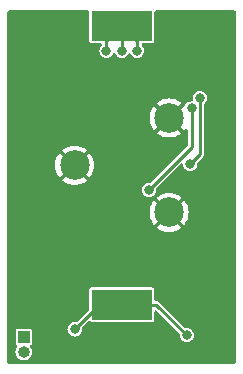
<source format=gbr>
%TF.GenerationSoftware,KiCad,Pcbnew,(6.0.0)*%
%TF.CreationDate,2022-01-17T14:04:50+01:00*%
%TF.ProjectId,LoraTrigger,4c6f7261-5472-4696-9767-65722e6b6963,rev?*%
%TF.SameCoordinates,Original*%
%TF.FileFunction,Copper,L2,Bot*%
%TF.FilePolarity,Positive*%
%FSLAX46Y46*%
G04 Gerber Fmt 4.6, Leading zero omitted, Abs format (unit mm)*
G04 Created by KiCad (PCBNEW (6.0.0)) date 2022-01-17 14:04:50*
%MOMM*%
%LPD*%
G01*
G04 APERTURE LIST*
%TA.AperFunction,ComponentPad*%
%ADD10R,1.000000X1.000000*%
%TD*%
%TA.AperFunction,ComponentPad*%
%ADD11O,1.000000X1.000000*%
%TD*%
%TA.AperFunction,SMDPad,CuDef*%
%ADD12R,5.100000X2.500000*%
%TD*%
%TA.AperFunction,SMDPad,CuDef*%
%ADD13C,2.500000*%
%TD*%
%TA.AperFunction,ViaPad*%
%ADD14C,0.800000*%
%TD*%
%TA.AperFunction,Conductor*%
%ADD15C,0.250000*%
%TD*%
G04 APERTURE END LIST*
D10*
X100200000Y-80150000D03*
D11*
X100200000Y-81420000D03*
D12*
X108500000Y-77400000D03*
X108500000Y-53800000D03*
D13*
X112500000Y-61600000D03*
X112500000Y-69600000D03*
X104500000Y-65600000D03*
D14*
X114000000Y-80000000D03*
X104500000Y-79500000D03*
X104900000Y-60700000D03*
X104800000Y-70100000D03*
X116900000Y-60800000D03*
X104900000Y-68000000D03*
X110500000Y-59100000D03*
X108500000Y-55900000D03*
X107200000Y-55900000D03*
X109800000Y-55900000D03*
X114400000Y-60800000D03*
X110800000Y-67700000D03*
X114300000Y-65500000D03*
X115099989Y-59900000D03*
D15*
X108500000Y-77400000D02*
X111400000Y-77400000D01*
X111400000Y-77400000D02*
X114000000Y-80000000D01*
X106600000Y-77400000D02*
X104500000Y-79500000D01*
X108500000Y-77400000D02*
X106600000Y-77400000D01*
X108500000Y-53800000D02*
X107200000Y-55100000D01*
X109800000Y-55100000D02*
X109800000Y-55900000D01*
X108500000Y-53800000D02*
X108500000Y-55900000D01*
X107200000Y-55100000D02*
X107200000Y-55900000D01*
X108500000Y-53800000D02*
X109800000Y-55100000D01*
X110800000Y-67700000D02*
X114400000Y-64100000D01*
X114400000Y-64100000D02*
X114400000Y-60800000D01*
X114300000Y-65500000D02*
X115124501Y-64675499D01*
X115124501Y-64675499D02*
X115124501Y-59924512D01*
X115124501Y-59924512D02*
X115099989Y-59900000D01*
%TA.AperFunction,Conductor*%
G36*
X105691621Y-52520002D02*
G01*
X105738114Y-52573658D01*
X105749500Y-52626000D01*
X105749500Y-55069748D01*
X105761133Y-55128231D01*
X105805448Y-55194552D01*
X105871769Y-55238867D01*
X105883938Y-55241288D01*
X105883939Y-55241288D01*
X105924184Y-55249293D01*
X105930252Y-55250500D01*
X106690269Y-55250500D01*
X106758390Y-55270502D01*
X106804883Y-55324158D01*
X106814987Y-55394432D01*
X106785493Y-55459012D01*
X106779364Y-55465595D01*
X106778264Y-55466695D01*
X106771718Y-55471718D01*
X106675464Y-55597159D01*
X106614956Y-55743238D01*
X106594318Y-55900000D01*
X106614956Y-56056762D01*
X106675464Y-56202841D01*
X106771718Y-56328282D01*
X106897159Y-56424536D01*
X107043238Y-56485044D01*
X107200000Y-56505682D01*
X107208188Y-56504604D01*
X107348574Y-56486122D01*
X107356762Y-56485044D01*
X107502841Y-56424536D01*
X107628282Y-56328282D01*
X107724536Y-56202841D01*
X107733591Y-56180980D01*
X107778139Y-56125699D01*
X107845502Y-56103278D01*
X107914294Y-56120836D01*
X107962672Y-56172798D01*
X107966408Y-56180977D01*
X107975464Y-56202841D01*
X108071718Y-56328282D01*
X108197159Y-56424536D01*
X108343238Y-56485044D01*
X108500000Y-56505682D01*
X108508188Y-56504604D01*
X108648574Y-56486122D01*
X108656762Y-56485044D01*
X108802841Y-56424536D01*
X108928282Y-56328282D01*
X109024536Y-56202841D01*
X109033591Y-56180980D01*
X109078139Y-56125699D01*
X109145502Y-56103278D01*
X109214294Y-56120836D01*
X109262672Y-56172798D01*
X109266408Y-56180977D01*
X109275464Y-56202841D01*
X109371718Y-56328282D01*
X109497159Y-56424536D01*
X109643238Y-56485044D01*
X109800000Y-56505682D01*
X109808188Y-56504604D01*
X109948574Y-56486122D01*
X109956762Y-56485044D01*
X110102841Y-56424536D01*
X110228282Y-56328282D01*
X110324536Y-56202841D01*
X110385044Y-56056762D01*
X110405682Y-55900000D01*
X110385044Y-55743238D01*
X110324536Y-55597159D01*
X110228282Y-55471718D01*
X110221736Y-55466695D01*
X110220636Y-55465595D01*
X110186610Y-55403283D01*
X110191675Y-55332468D01*
X110234222Y-55275632D01*
X110300742Y-55250821D01*
X110309731Y-55250500D01*
X111069748Y-55250500D01*
X111075816Y-55249293D01*
X111116061Y-55241288D01*
X111116062Y-55241288D01*
X111128231Y-55238867D01*
X111194552Y-55194552D01*
X111238867Y-55128231D01*
X111250500Y-55069748D01*
X111250500Y-52626000D01*
X111270502Y-52557879D01*
X111324158Y-52511386D01*
X111376500Y-52500000D01*
X118024000Y-52500000D01*
X118092121Y-52520002D01*
X118138614Y-52573658D01*
X118150000Y-52626000D01*
X118150000Y-82274000D01*
X118129998Y-82342121D01*
X118076342Y-82388614D01*
X118024000Y-82400000D01*
X98926000Y-82400000D01*
X98857879Y-82379998D01*
X98811386Y-82326342D01*
X98800000Y-82274000D01*
X98800000Y-81412611D01*
X99494394Y-81412611D01*
X99512999Y-81581135D01*
X99571266Y-81740356D01*
X99575502Y-81746659D01*
X99575502Y-81746660D01*
X99588574Y-81766113D01*
X99665830Y-81881083D01*
X99671442Y-81886190D01*
X99671445Y-81886193D01*
X99785612Y-81990077D01*
X99785616Y-81990080D01*
X99791233Y-81995191D01*
X99797906Y-81998814D01*
X99797910Y-81998817D01*
X99933558Y-82072467D01*
X99933560Y-82072468D01*
X99940235Y-82076092D01*
X99947584Y-82078020D01*
X100096883Y-82117188D01*
X100096885Y-82117188D01*
X100104233Y-82119116D01*
X100190609Y-82120473D01*
X100266161Y-82121660D01*
X100266164Y-82121660D01*
X100273760Y-82121779D01*
X100281165Y-82120083D01*
X100281166Y-82120083D01*
X100341586Y-82106245D01*
X100439029Y-82083928D01*
X100590498Y-82007747D01*
X100719423Y-81897634D01*
X100818361Y-81759947D01*
X100826237Y-81740356D01*
X100878766Y-81609687D01*
X100878767Y-81609685D01*
X100881601Y-81602634D01*
X100905490Y-81434778D01*
X100905645Y-81420000D01*
X100903840Y-81405080D01*
X100886188Y-81259220D01*
X100885276Y-81251680D01*
X100825345Y-81093077D01*
X100763095Y-81002503D01*
X100740995Y-80935034D01*
X100758880Y-80866327D01*
X100796933Y-80826371D01*
X100834237Y-80801445D01*
X100834239Y-80801443D01*
X100844552Y-80794552D01*
X100888867Y-80728231D01*
X100900500Y-80669748D01*
X100900500Y-79630252D01*
X100888867Y-79571769D01*
X100844552Y-79505448D01*
X100836399Y-79500000D01*
X103894318Y-79500000D01*
X103914956Y-79656762D01*
X103975464Y-79802841D01*
X104071718Y-79928282D01*
X104197159Y-80024536D01*
X104343238Y-80085044D01*
X104500000Y-80105682D01*
X104508188Y-80104604D01*
X104648574Y-80086122D01*
X104656762Y-80085044D01*
X104802841Y-80024536D01*
X104928282Y-79928282D01*
X105024536Y-79802841D01*
X105085044Y-79656762D01*
X105105682Y-79500000D01*
X105096882Y-79433157D01*
X105107821Y-79363010D01*
X105132709Y-79327617D01*
X105648600Y-78811726D01*
X105710912Y-78777700D01*
X105781727Y-78782765D01*
X105807697Y-78796056D01*
X105861450Y-78831973D01*
X105861454Y-78831975D01*
X105871769Y-78838867D01*
X105883938Y-78841288D01*
X105883939Y-78841288D01*
X105924184Y-78849293D01*
X105930252Y-78850500D01*
X111069748Y-78850500D01*
X111075816Y-78849293D01*
X111116061Y-78841288D01*
X111116062Y-78841288D01*
X111128231Y-78838867D01*
X111194552Y-78794552D01*
X111238867Y-78728231D01*
X111250500Y-78669748D01*
X111250500Y-78015016D01*
X111270502Y-77946895D01*
X111324158Y-77900402D01*
X111394432Y-77890298D01*
X111459012Y-77919792D01*
X111465594Y-77925920D01*
X112433991Y-78894318D01*
X113367291Y-79827618D01*
X113401317Y-79889930D01*
X113403118Y-79933158D01*
X113394318Y-80000000D01*
X113414956Y-80156762D01*
X113475464Y-80302841D01*
X113571718Y-80428282D01*
X113697159Y-80524536D01*
X113843238Y-80585044D01*
X114000000Y-80605682D01*
X114008188Y-80604604D01*
X114148574Y-80586122D01*
X114156762Y-80585044D01*
X114302841Y-80524536D01*
X114428282Y-80428282D01*
X114524536Y-80302841D01*
X114585044Y-80156762D01*
X114605682Y-80000000D01*
X114585044Y-79843238D01*
X114524536Y-79697159D01*
X114456059Y-79607918D01*
X114433305Y-79578264D01*
X114428282Y-79571718D01*
X114302841Y-79475464D01*
X114156762Y-79414956D01*
X114000000Y-79394318D01*
X113933159Y-79403118D01*
X113863011Y-79392179D01*
X113827618Y-79367291D01*
X111644110Y-77183784D01*
X111636683Y-77175680D01*
X111619541Y-77155251D01*
X111619542Y-77155251D01*
X111612455Y-77146806D01*
X111602906Y-77141293D01*
X111579815Y-77127961D01*
X111570544Y-77122055D01*
X111548715Y-77106770D01*
X111539684Y-77100446D01*
X111529034Y-77097592D01*
X111525866Y-77096115D01*
X111522590Y-77094923D01*
X111513045Y-77089412D01*
X111479301Y-77083462D01*
X111475942Y-77082870D01*
X111465215Y-77080492D01*
X111428807Y-77070736D01*
X111417822Y-77071697D01*
X111417820Y-77071697D01*
X111391272Y-77074020D01*
X111380290Y-77074500D01*
X111376500Y-77074500D01*
X111308379Y-77054498D01*
X111261886Y-77000842D01*
X111250500Y-76948500D01*
X111250500Y-76130252D01*
X111238867Y-76071769D01*
X111194552Y-76005448D01*
X111128231Y-75961133D01*
X111116062Y-75958712D01*
X111116061Y-75958712D01*
X111075816Y-75950707D01*
X111069748Y-75949500D01*
X105930252Y-75949500D01*
X105924184Y-75950707D01*
X105883939Y-75958712D01*
X105883938Y-75958712D01*
X105871769Y-75961133D01*
X105805448Y-76005448D01*
X105761133Y-76071769D01*
X105749500Y-76130252D01*
X105749500Y-77737983D01*
X105729498Y-77806104D01*
X105712595Y-77827078D01*
X104672383Y-78867291D01*
X104610071Y-78901316D01*
X104566843Y-78903118D01*
X104500000Y-78894318D01*
X104343238Y-78914956D01*
X104197159Y-78975464D01*
X104071718Y-79071718D01*
X103975464Y-79197159D01*
X103914956Y-79343238D01*
X103894318Y-79500000D01*
X100836399Y-79500000D01*
X100778231Y-79461133D01*
X100766062Y-79458712D01*
X100766061Y-79458712D01*
X100725816Y-79450707D01*
X100719748Y-79449500D01*
X99680252Y-79449500D01*
X99674184Y-79450707D01*
X99633939Y-79458712D01*
X99633938Y-79458712D01*
X99621769Y-79461133D01*
X99555448Y-79505448D01*
X99511133Y-79571769D01*
X99499500Y-79630252D01*
X99499500Y-80669748D01*
X99511133Y-80728231D01*
X99555448Y-80794552D01*
X99565761Y-80801443D01*
X99565763Y-80801445D01*
X99603248Y-80826492D01*
X99648776Y-80880969D01*
X99657623Y-80951413D01*
X99636333Y-81003707D01*
X99582484Y-81080326D01*
X99582480Y-81080333D01*
X99578113Y-81086547D01*
X99516524Y-81244513D01*
X99494394Y-81412611D01*
X98800000Y-81412611D01*
X98800000Y-70868778D01*
X111449499Y-70868778D01*
X111456286Y-70878479D01*
X111523390Y-70935790D01*
X111531372Y-70941590D01*
X111744379Y-71072121D01*
X111753173Y-71076602D01*
X111983972Y-71172202D01*
X111993357Y-71175251D01*
X112236272Y-71233570D01*
X112246019Y-71235113D01*
X112495070Y-71254714D01*
X112504930Y-71254714D01*
X112753981Y-71235113D01*
X112763728Y-71233570D01*
X113006643Y-71175251D01*
X113016028Y-71172202D01*
X113246827Y-71076602D01*
X113255621Y-71072121D01*
X113468628Y-70941590D01*
X113476610Y-70935790D01*
X113542144Y-70879820D01*
X113550574Y-70866906D01*
X113544567Y-70856699D01*
X112512812Y-69824944D01*
X112498868Y-69817330D01*
X112497035Y-69817461D01*
X112490420Y-69821712D01*
X111456891Y-70855241D01*
X111449499Y-70868778D01*
X98800000Y-70868778D01*
X98800000Y-69604930D01*
X110845286Y-69604930D01*
X110864887Y-69853981D01*
X110866430Y-69863728D01*
X110924749Y-70106643D01*
X110927798Y-70116028D01*
X111023398Y-70346827D01*
X111027879Y-70355621D01*
X111158410Y-70568628D01*
X111164210Y-70576610D01*
X111220180Y-70642144D01*
X111233094Y-70650574D01*
X111243301Y-70644567D01*
X112275056Y-69612812D01*
X112281434Y-69601132D01*
X112717330Y-69601132D01*
X112717461Y-69602965D01*
X112721712Y-69609580D01*
X113755241Y-70643109D01*
X113768778Y-70650501D01*
X113778479Y-70643714D01*
X113835790Y-70576610D01*
X113841590Y-70568628D01*
X113972121Y-70355621D01*
X113976602Y-70346827D01*
X114072202Y-70116028D01*
X114075251Y-70106643D01*
X114133570Y-69863728D01*
X114135113Y-69853981D01*
X114154714Y-69604930D01*
X114154714Y-69595070D01*
X114135113Y-69346019D01*
X114133570Y-69336272D01*
X114075251Y-69093357D01*
X114072202Y-69083972D01*
X113976602Y-68853173D01*
X113972121Y-68844379D01*
X113841590Y-68631372D01*
X113835790Y-68623390D01*
X113779820Y-68557856D01*
X113766906Y-68549426D01*
X113756699Y-68555433D01*
X112724944Y-69587188D01*
X112717330Y-69601132D01*
X112281434Y-69601132D01*
X112282670Y-69598868D01*
X112282539Y-69597035D01*
X112278288Y-69590420D01*
X111244759Y-68556891D01*
X111231222Y-68549499D01*
X111221521Y-68556286D01*
X111164210Y-68623390D01*
X111158410Y-68631372D01*
X111027879Y-68844379D01*
X111023398Y-68853173D01*
X110927798Y-69083972D01*
X110924749Y-69093357D01*
X110866430Y-69336272D01*
X110864887Y-69346019D01*
X110845286Y-69595070D01*
X110845286Y-69604930D01*
X98800000Y-69604930D01*
X98800000Y-68333094D01*
X111449426Y-68333094D01*
X111455433Y-68343301D01*
X112487188Y-69375056D01*
X112501132Y-69382670D01*
X112502965Y-69382539D01*
X112509580Y-69378288D01*
X113543109Y-68344759D01*
X113550501Y-68331222D01*
X113543714Y-68321521D01*
X113476610Y-68264210D01*
X113468628Y-68258410D01*
X113255621Y-68127879D01*
X113246827Y-68123398D01*
X113016028Y-68027798D01*
X113006643Y-68024749D01*
X112763728Y-67966430D01*
X112753981Y-67964887D01*
X112504930Y-67945286D01*
X112495070Y-67945286D01*
X112246019Y-67964887D01*
X112236272Y-67966430D01*
X111993357Y-68024749D01*
X111983972Y-68027798D01*
X111753173Y-68123398D01*
X111744379Y-68127879D01*
X111531372Y-68258410D01*
X111523390Y-68264210D01*
X111457856Y-68320180D01*
X111449426Y-68333094D01*
X98800000Y-68333094D01*
X98800000Y-67700000D01*
X110194318Y-67700000D01*
X110214956Y-67856762D01*
X110275464Y-68002841D01*
X110371718Y-68128282D01*
X110497159Y-68224536D01*
X110643238Y-68285044D01*
X110800000Y-68305682D01*
X110808188Y-68304604D01*
X110948574Y-68286122D01*
X110956762Y-68285044D01*
X111102841Y-68224536D01*
X111228282Y-68128282D01*
X111324536Y-68002841D01*
X111385044Y-67856762D01*
X111405682Y-67700000D01*
X111396882Y-67633157D01*
X111407821Y-67563010D01*
X111432709Y-67527617D01*
X113486429Y-65473897D01*
X113548741Y-65439871D01*
X113619556Y-65444936D01*
X113676392Y-65487483D01*
X113700446Y-65546546D01*
X113714956Y-65656762D01*
X113775464Y-65802841D01*
X113871718Y-65928282D01*
X113997159Y-66024536D01*
X114143238Y-66085044D01*
X114300000Y-66105682D01*
X114308188Y-66104604D01*
X114448574Y-66086122D01*
X114456762Y-66085044D01*
X114602841Y-66024536D01*
X114728282Y-65928282D01*
X114824536Y-65802841D01*
X114885044Y-65656762D01*
X114905682Y-65500000D01*
X114896882Y-65433159D01*
X114907821Y-65363011D01*
X114932709Y-65327618D01*
X115340723Y-64919604D01*
X115348827Y-64912177D01*
X115359623Y-64903118D01*
X115377695Y-64887954D01*
X115396540Y-64855314D01*
X115402444Y-64846046D01*
X115417732Y-64824212D01*
X115424054Y-64815183D01*
X115426907Y-64804537D01*
X115428384Y-64801369D01*
X115429577Y-64798092D01*
X115435089Y-64788544D01*
X115441633Y-64751430D01*
X115444013Y-64740695D01*
X115450911Y-64714953D01*
X115453764Y-64704306D01*
X115450480Y-64666768D01*
X115450001Y-64655787D01*
X115450001Y-60450477D01*
X115470003Y-60382356D01*
X115499295Y-60350516D01*
X115528271Y-60328282D01*
X115624525Y-60202841D01*
X115685033Y-60056762D01*
X115705671Y-59900000D01*
X115685033Y-59743238D01*
X115624525Y-59597159D01*
X115528271Y-59471718D01*
X115402830Y-59375464D01*
X115256751Y-59314956D01*
X115099989Y-59294318D01*
X114943227Y-59314956D01*
X114797148Y-59375464D01*
X114671707Y-59471718D01*
X114575453Y-59597159D01*
X114514945Y-59743238D01*
X114494307Y-59900000D01*
X114495385Y-59908188D01*
X114514443Y-60052950D01*
X114503504Y-60123099D01*
X114456375Y-60176197D01*
X114399755Y-60192457D01*
X114400000Y-60194318D01*
X114243238Y-60214956D01*
X114097159Y-60275464D01*
X113971718Y-60371718D01*
X113875464Y-60497159D01*
X113873296Y-60495496D01*
X113831639Y-60535215D01*
X113773005Y-60549218D01*
X113767328Y-60549177D01*
X113756699Y-60555433D01*
X112724944Y-61587188D01*
X112717330Y-61601132D01*
X112717461Y-61602965D01*
X112721712Y-61609580D01*
X113755241Y-62643109D01*
X113768778Y-62650501D01*
X113778479Y-62643714D01*
X113835790Y-62576610D01*
X113844506Y-62564615D01*
X113845582Y-62565397D01*
X113893719Y-62521849D01*
X113963760Y-62510245D01*
X114028957Y-62538350D01*
X114068609Y-62597241D01*
X114074500Y-62635317D01*
X114074500Y-63912984D01*
X114054498Y-63981105D01*
X114037595Y-64002079D01*
X110972383Y-67067291D01*
X110910071Y-67101317D01*
X110866843Y-67103118D01*
X110800000Y-67094318D01*
X110643238Y-67114956D01*
X110497159Y-67175464D01*
X110371718Y-67271718D01*
X110275464Y-67397159D01*
X110214956Y-67543238D01*
X110194318Y-67700000D01*
X98800000Y-67700000D01*
X98800000Y-66868778D01*
X103449499Y-66868778D01*
X103456286Y-66878479D01*
X103523390Y-66935790D01*
X103531372Y-66941590D01*
X103744379Y-67072121D01*
X103753173Y-67076602D01*
X103983972Y-67172202D01*
X103993357Y-67175251D01*
X104236272Y-67233570D01*
X104246019Y-67235113D01*
X104495070Y-67254714D01*
X104504930Y-67254714D01*
X104753981Y-67235113D01*
X104763728Y-67233570D01*
X105006643Y-67175251D01*
X105016028Y-67172202D01*
X105246827Y-67076602D01*
X105255621Y-67072121D01*
X105468628Y-66941590D01*
X105476610Y-66935790D01*
X105542144Y-66879820D01*
X105550574Y-66866906D01*
X105544567Y-66856699D01*
X104512812Y-65824944D01*
X104498868Y-65817330D01*
X104497035Y-65817461D01*
X104490420Y-65821712D01*
X103456891Y-66855241D01*
X103449499Y-66868778D01*
X98800000Y-66868778D01*
X98800000Y-65604930D01*
X102845286Y-65604930D01*
X102864887Y-65853981D01*
X102866430Y-65863728D01*
X102924749Y-66106643D01*
X102927798Y-66116028D01*
X103023398Y-66346827D01*
X103027879Y-66355621D01*
X103158410Y-66568628D01*
X103164210Y-66576610D01*
X103220180Y-66642144D01*
X103233094Y-66650574D01*
X103243301Y-66644567D01*
X104275056Y-65612812D01*
X104281434Y-65601132D01*
X104717330Y-65601132D01*
X104717461Y-65602965D01*
X104721712Y-65609580D01*
X105755241Y-66643109D01*
X105768778Y-66650501D01*
X105778479Y-66643714D01*
X105835790Y-66576610D01*
X105841590Y-66568628D01*
X105972121Y-66355621D01*
X105976602Y-66346827D01*
X106072202Y-66116028D01*
X106075251Y-66106643D01*
X106133570Y-65863728D01*
X106135113Y-65853981D01*
X106154714Y-65604930D01*
X106154714Y-65595070D01*
X106135113Y-65346019D01*
X106133570Y-65336272D01*
X106075251Y-65093357D01*
X106072202Y-65083972D01*
X105976602Y-64853173D01*
X105972121Y-64844379D01*
X105841590Y-64631372D01*
X105835790Y-64623390D01*
X105779820Y-64557856D01*
X105766906Y-64549426D01*
X105756699Y-64555433D01*
X104724944Y-65587188D01*
X104717330Y-65601132D01*
X104281434Y-65601132D01*
X104282670Y-65598868D01*
X104282539Y-65597035D01*
X104278288Y-65590420D01*
X103244759Y-64556891D01*
X103231222Y-64549499D01*
X103221521Y-64556286D01*
X103164210Y-64623390D01*
X103158410Y-64631372D01*
X103027879Y-64844379D01*
X103023398Y-64853173D01*
X102927798Y-65083972D01*
X102924749Y-65093357D01*
X102866430Y-65336272D01*
X102864887Y-65346019D01*
X102845286Y-65595070D01*
X102845286Y-65604930D01*
X98800000Y-65604930D01*
X98800000Y-64333094D01*
X103449426Y-64333094D01*
X103455433Y-64343301D01*
X104487188Y-65375056D01*
X104501132Y-65382670D01*
X104502965Y-65382539D01*
X104509580Y-65378288D01*
X105543109Y-64344759D01*
X105550501Y-64331222D01*
X105543714Y-64321521D01*
X105476610Y-64264210D01*
X105468628Y-64258410D01*
X105255621Y-64127879D01*
X105246827Y-64123398D01*
X105016028Y-64027798D01*
X105006643Y-64024749D01*
X104763728Y-63966430D01*
X104753981Y-63964887D01*
X104504930Y-63945286D01*
X104495070Y-63945286D01*
X104246019Y-63964887D01*
X104236272Y-63966430D01*
X103993357Y-64024749D01*
X103983972Y-64027798D01*
X103753173Y-64123398D01*
X103744379Y-64127879D01*
X103531372Y-64258410D01*
X103523390Y-64264210D01*
X103457856Y-64320180D01*
X103449426Y-64333094D01*
X98800000Y-64333094D01*
X98800000Y-62868778D01*
X111449499Y-62868778D01*
X111456286Y-62878479D01*
X111523390Y-62935790D01*
X111531372Y-62941590D01*
X111744379Y-63072121D01*
X111753173Y-63076602D01*
X111983972Y-63172202D01*
X111993357Y-63175251D01*
X112236272Y-63233570D01*
X112246019Y-63235113D01*
X112495070Y-63254714D01*
X112504930Y-63254714D01*
X112753981Y-63235113D01*
X112763728Y-63233570D01*
X113006643Y-63175251D01*
X113016028Y-63172202D01*
X113246827Y-63076602D01*
X113255621Y-63072121D01*
X113468628Y-62941590D01*
X113476610Y-62935790D01*
X113542144Y-62879820D01*
X113550574Y-62866906D01*
X113544567Y-62856699D01*
X112512812Y-61824944D01*
X112498868Y-61817330D01*
X112497035Y-61817461D01*
X112490420Y-61821712D01*
X111456891Y-62855241D01*
X111449499Y-62868778D01*
X98800000Y-62868778D01*
X98800000Y-61604930D01*
X110845286Y-61604930D01*
X110864887Y-61853981D01*
X110866430Y-61863728D01*
X110924749Y-62106643D01*
X110927798Y-62116028D01*
X111023398Y-62346827D01*
X111027879Y-62355621D01*
X111158410Y-62568628D01*
X111164210Y-62576610D01*
X111220180Y-62642144D01*
X111233094Y-62650574D01*
X111243301Y-62644567D01*
X112275056Y-61612812D01*
X112282670Y-61598868D01*
X112282539Y-61597035D01*
X112278288Y-61590420D01*
X111244759Y-60556891D01*
X111231222Y-60549499D01*
X111221521Y-60556286D01*
X111164210Y-60623390D01*
X111158410Y-60631372D01*
X111027879Y-60844379D01*
X111023398Y-60853173D01*
X110927798Y-61083972D01*
X110924749Y-61093357D01*
X110866430Y-61336272D01*
X110864887Y-61346019D01*
X110845286Y-61595070D01*
X110845286Y-61604930D01*
X98800000Y-61604930D01*
X98800000Y-60333094D01*
X111449426Y-60333094D01*
X111455433Y-60343301D01*
X112487188Y-61375056D01*
X112501132Y-61382670D01*
X112502965Y-61382539D01*
X112509580Y-61378288D01*
X113543109Y-60344759D01*
X113550501Y-60331222D01*
X113543714Y-60321521D01*
X113476610Y-60264210D01*
X113468628Y-60258410D01*
X113255621Y-60127879D01*
X113246827Y-60123398D01*
X113016028Y-60027798D01*
X113006643Y-60024749D01*
X112763728Y-59966430D01*
X112753981Y-59964887D01*
X112504930Y-59945286D01*
X112495070Y-59945286D01*
X112246019Y-59964887D01*
X112236272Y-59966430D01*
X111993357Y-60024749D01*
X111983972Y-60027798D01*
X111753173Y-60123398D01*
X111744379Y-60127879D01*
X111531372Y-60258410D01*
X111523390Y-60264210D01*
X111457856Y-60320180D01*
X111449426Y-60333094D01*
X98800000Y-60333094D01*
X98800000Y-52626000D01*
X98820002Y-52557879D01*
X98873658Y-52511386D01*
X98926000Y-52500000D01*
X105623500Y-52500000D01*
X105691621Y-52520002D01*
G37*
%TD.AperFunction*%
M02*

</source>
